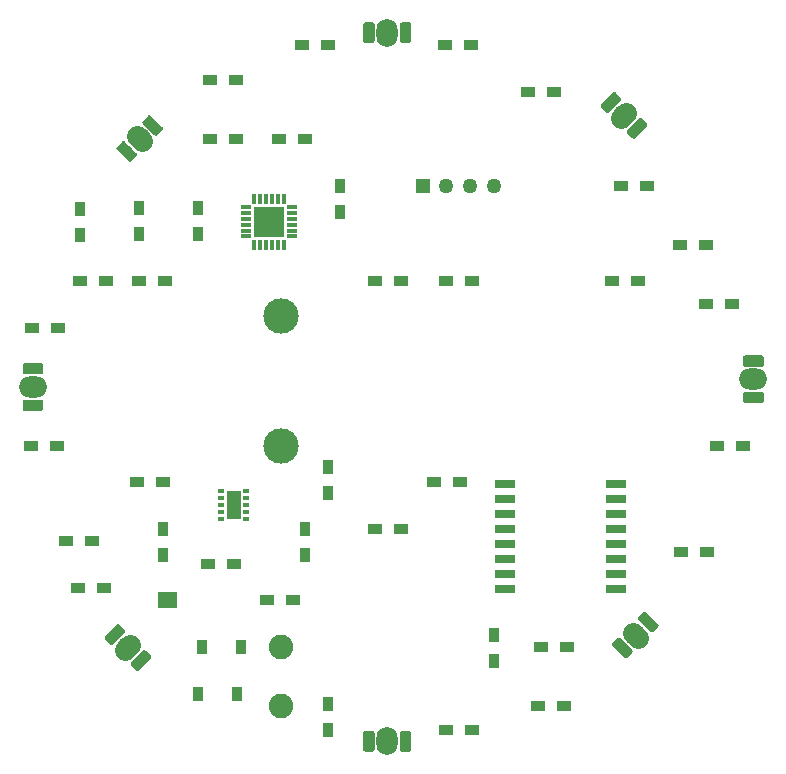
<source format=gbr>
G04 #@! TF.GenerationSoftware,KiCad,Pcbnew,(5.0.0)*
G04 #@! TF.CreationDate,2019-01-02T21:37:44-05:00*
G04 #@! TF.ProjectId,bikesenseCap,62696B6573656E73654361702E6B6963,REV B*
G04 #@! TF.SameCoordinates,Original*
G04 #@! TF.FileFunction,Soldermask,Top*
G04 #@! TF.FilePolarity,Negative*
%FSLAX46Y46*%
G04 Gerber Fmt 4.6, Leading zero omitted, Abs format (unit mm)*
G04 Created by KiCad (PCBNEW (5.0.0)) date 01/02/19 21:37:44*
%MOMM*%
%LPD*%
G01*
G04 APERTURE LIST*
%ADD10R,1.200000X0.900000*%
%ADD11R,1.270000X1.270000*%
%ADD12C,1.270000*%
%ADD13C,2.082800*%
%ADD14R,0.838200X1.473200*%
%ADD15R,0.900000X1.200000*%
%ADD16R,0.600000X0.400000*%
%ADD17R,1.300000X2.400000*%
%ADD18R,2.600000X2.600000*%
%ADD19R,0.300000X0.850000*%
%ADD20R,0.850000X0.300000*%
%ADD21R,1.700000X0.700000*%
%ADD22C,3.000000*%
%ADD23O,2.400000X1.800000*%
%ADD24C,0.100000*%
%ADD25C,0.950000*%
%ADD26C,1.800000*%
%ADD27C,1.800000*%
%ADD28O,1.800000X2.400000*%
G04 APERTURE END LIST*
D10*
G04 #@! TO.C,D3*
X131200000Y-91000000D03*
X129000000Y-91000000D03*
G04 #@! TD*
G04 #@! TO.C,D4*
X151200000Y-91000000D03*
X149000000Y-91000000D03*
G04 #@! TD*
G04 #@! TO.C,D5*
X171200000Y-91000000D03*
X169000000Y-91000000D03*
G04 #@! TD*
G04 #@! TO.C,D6*
X149000000Y-112000000D03*
X151200000Y-112000000D03*
G04 #@! TD*
D11*
G04 #@! TO.C,J1*
X153000260Y-83000000D03*
D12*
X155001780Y-83000000D03*
X156998220Y-83000000D03*
X158999740Y-83000000D03*
G04 #@! TD*
D13*
G04 #@! TO.C,J10*
X141000000Y-122000000D03*
G04 #@! TD*
G04 #@! TO.C,J11*
X141000000Y-127000000D03*
G04 #@! TD*
D14*
G04 #@! TO.C,JP1*
X130999600Y-118000000D03*
X131812400Y-118000000D03*
G04 #@! TD*
D10*
G04 #@! TO.C,R1*
X143000000Y-79000000D03*
X140800000Y-79000000D03*
G04 #@! TD*
G04 #@! TO.C,R2*
X135000000Y-79000000D03*
X137200000Y-79000000D03*
G04 #@! TD*
D15*
G04 #@! TO.C,R3*
X146000000Y-83000000D03*
X146000000Y-85200000D03*
G04 #@! TD*
G04 #@! TO.C,R4*
X134000000Y-87000000D03*
X134000000Y-84800000D03*
G04 #@! TD*
G04 #@! TO.C,R5*
X129000000Y-84800000D03*
X129000000Y-87000000D03*
G04 #@! TD*
G04 #@! TO.C,R6*
X145000000Y-109000000D03*
X145000000Y-106800000D03*
G04 #@! TD*
G04 #@! TO.C,R7*
X131000000Y-114200000D03*
X131000000Y-112000000D03*
G04 #@! TD*
G04 #@! TO.C,R8*
X143000000Y-112000000D03*
X143000000Y-114200000D03*
G04 #@! TD*
D10*
G04 #@! TO.C,R9*
X142000000Y-118000000D03*
X139800000Y-118000000D03*
G04 #@! TD*
G04 #@! TO.C,R10*
X134800000Y-115000000D03*
X137000000Y-115000000D03*
G04 #@! TD*
G04 #@! TO.C,R11*
X126200000Y-91000000D03*
X124000000Y-91000000D03*
G04 #@! TD*
G04 #@! TO.C,R12*
X157200000Y-91000000D03*
X155000000Y-91000000D03*
G04 #@! TD*
G04 #@! TO.C,R13*
X177000000Y-88000000D03*
X174800000Y-88000000D03*
G04 #@! TD*
G04 #@! TO.C,R14*
X154000000Y-108000000D03*
X156200000Y-108000000D03*
G04 #@! TD*
G04 #@! TO.C,R19*
X119800000Y-105000000D03*
X122000000Y-105000000D03*
G04 #@! TD*
G04 #@! TO.C,R20*
X122100000Y-95000000D03*
X119900000Y-95000000D03*
G04 #@! TD*
D15*
G04 #@! TO.C,R21*
X124000000Y-84900000D03*
X124000000Y-87100000D03*
G04 #@! TD*
D10*
G04 #@! TO.C,R22*
X126000000Y-117000000D03*
X123800000Y-117000000D03*
G04 #@! TD*
D15*
G04 #@! TO.C,R23*
X159000000Y-123200000D03*
X159000000Y-121000000D03*
G04 #@! TD*
D10*
G04 #@! TO.C,R24*
X137200000Y-74000000D03*
X135000000Y-74000000D03*
G04 #@! TD*
G04 #@! TO.C,R25*
X122800000Y-113000000D03*
X125000000Y-113000000D03*
G04 #@! TD*
G04 #@! TO.C,R26*
X165200000Y-122000000D03*
X163000000Y-122000000D03*
G04 #@! TD*
G04 #@! TO.C,R27*
X157100000Y-71000000D03*
X154900000Y-71000000D03*
G04 #@! TD*
D15*
G04 #@! TO.C,R28*
X145000000Y-126800000D03*
X145000000Y-129000000D03*
G04 #@! TD*
D10*
G04 #@! TO.C,R29*
X145000000Y-71000000D03*
X142800000Y-71000000D03*
G04 #@! TD*
G04 #@! TO.C,R30*
X157200000Y-129000000D03*
X155000000Y-129000000D03*
G04 #@! TD*
G04 #@! TO.C,R31*
X164100000Y-75000000D03*
X161900000Y-75000000D03*
G04 #@! TD*
G04 #@! TO.C,R32*
X165000000Y-127000000D03*
X162800000Y-127000000D03*
G04 #@! TD*
G04 #@! TO.C,R33*
X169800000Y-83000000D03*
X172000000Y-83000000D03*
G04 #@! TD*
G04 #@! TO.C,R34*
X177100000Y-114000000D03*
X174900000Y-114000000D03*
G04 #@! TD*
G04 #@! TO.C,R35*
X179200000Y-93000000D03*
X177000000Y-93000000D03*
G04 #@! TD*
G04 #@! TO.C,R36*
X177900000Y-105000000D03*
X180100000Y-105000000D03*
G04 #@! TD*
G04 #@! TO.C,TH1*
X131000000Y-108000000D03*
X128800000Y-108000000D03*
G04 #@! TD*
D16*
G04 #@! TO.C,U1*
X135950000Y-110000000D03*
X138050000Y-110000000D03*
X138050000Y-109400000D03*
X138050000Y-108800000D03*
X138050000Y-110600000D03*
X138050000Y-111200000D03*
X135950000Y-110600000D03*
X135950000Y-111200000D03*
X135950000Y-109400000D03*
X135950000Y-108800000D03*
D17*
X137000000Y-110000000D03*
G04 #@! TD*
D18*
G04 #@! TO.C,U2*
X140000000Y-86000000D03*
D19*
X138750000Y-84050000D03*
X139250000Y-84050000D03*
X139750000Y-84050000D03*
X140250000Y-84050000D03*
X140750000Y-84050000D03*
X141250000Y-84050000D03*
D20*
X141950000Y-84750000D03*
X141950000Y-85250000D03*
X141950000Y-85750000D03*
X141950000Y-86250000D03*
X141950000Y-86750000D03*
X141950000Y-87250000D03*
D19*
X141250000Y-87950000D03*
X140750000Y-87950000D03*
X140250000Y-87950000D03*
X139750000Y-87950000D03*
X139250000Y-87950000D03*
X138750000Y-87950000D03*
D20*
X138050000Y-87250000D03*
X138050000Y-86750000D03*
X138050000Y-86250000D03*
X138050000Y-85750000D03*
X138050000Y-85250000D03*
X138050000Y-84750000D03*
G04 #@! TD*
D21*
G04 #@! TO.C,U3*
X160000000Y-113270000D03*
X160000000Y-114540000D03*
X160000000Y-115810000D03*
X160000000Y-117080000D03*
X160000000Y-112000000D03*
X160000000Y-110730000D03*
X160000000Y-109460000D03*
X160000000Y-108190000D03*
X169380000Y-113270000D03*
X169380000Y-112000000D03*
X169380000Y-114540000D03*
X169380000Y-115810000D03*
X169380000Y-117080000D03*
X169380000Y-110730000D03*
X169380000Y-109460000D03*
X169380000Y-108190000D03*
G04 #@! TD*
D15*
G04 #@! TO.C,D1*
X137650000Y-122000000D03*
X134350000Y-122000000D03*
G04 #@! TD*
G04 #@! TO.C,D2*
X134000000Y-126000000D03*
X137300000Y-126000000D03*
G04 #@! TD*
D22*
G04 #@! TO.C,REF\002A\002A*
X141000000Y-94000000D03*
G04 #@! TD*
G04 #@! TO.C,REF\002A\002A*
X141000000Y-105000000D03*
G04 #@! TD*
D23*
G04 #@! TO.C,D11*
X120000000Y-100000000D03*
D24*
G36*
X120703623Y-101075915D02*
X120722067Y-101078651D01*
X120740154Y-101083181D01*
X120757710Y-101089463D01*
X120774565Y-101097435D01*
X120790558Y-101107021D01*
X120805535Y-101118128D01*
X120819350Y-101130650D01*
X120831872Y-101144465D01*
X120842979Y-101159442D01*
X120852565Y-101175435D01*
X120860537Y-101192290D01*
X120866819Y-101209846D01*
X120871349Y-101227933D01*
X120874085Y-101246377D01*
X120875000Y-101265000D01*
X120875000Y-101835000D01*
X120874085Y-101853623D01*
X120871349Y-101872067D01*
X120866819Y-101890154D01*
X120860537Y-101907710D01*
X120852565Y-101924565D01*
X120842979Y-101940558D01*
X120831872Y-101955535D01*
X120819350Y-101969350D01*
X120805535Y-101981872D01*
X120790558Y-101992979D01*
X120774565Y-102002565D01*
X120757710Y-102010537D01*
X120740154Y-102016819D01*
X120722067Y-102021349D01*
X120703623Y-102024085D01*
X120685000Y-102025000D01*
X119315000Y-102025000D01*
X119296377Y-102024085D01*
X119277933Y-102021349D01*
X119259846Y-102016819D01*
X119242290Y-102010537D01*
X119225435Y-102002565D01*
X119209442Y-101992979D01*
X119194465Y-101981872D01*
X119180650Y-101969350D01*
X119168128Y-101955535D01*
X119157021Y-101940558D01*
X119147435Y-101924565D01*
X119139463Y-101907710D01*
X119133181Y-101890154D01*
X119128651Y-101872067D01*
X119125915Y-101853623D01*
X119125000Y-101835000D01*
X119125000Y-101265000D01*
X119125915Y-101246377D01*
X119128651Y-101227933D01*
X119133181Y-101209846D01*
X119139463Y-101192290D01*
X119147435Y-101175435D01*
X119157021Y-101159442D01*
X119168128Y-101144465D01*
X119180650Y-101130650D01*
X119194465Y-101118128D01*
X119209442Y-101107021D01*
X119225435Y-101097435D01*
X119242290Y-101089463D01*
X119259846Y-101083181D01*
X119277933Y-101078651D01*
X119296377Y-101075915D01*
X119315000Y-101075000D01*
X120685000Y-101075000D01*
X120703623Y-101075915D01*
X120703623Y-101075915D01*
G37*
D25*
X120000000Y-101550000D03*
D24*
G36*
X120703623Y-97975915D02*
X120722067Y-97978651D01*
X120740154Y-97983181D01*
X120757710Y-97989463D01*
X120774565Y-97997435D01*
X120790558Y-98007021D01*
X120805535Y-98018128D01*
X120819350Y-98030650D01*
X120831872Y-98044465D01*
X120842979Y-98059442D01*
X120852565Y-98075435D01*
X120860537Y-98092290D01*
X120866819Y-98109846D01*
X120871349Y-98127933D01*
X120874085Y-98146377D01*
X120875000Y-98165000D01*
X120875000Y-98735000D01*
X120874085Y-98753623D01*
X120871349Y-98772067D01*
X120866819Y-98790154D01*
X120860537Y-98807710D01*
X120852565Y-98824565D01*
X120842979Y-98840558D01*
X120831872Y-98855535D01*
X120819350Y-98869350D01*
X120805535Y-98881872D01*
X120790558Y-98892979D01*
X120774565Y-98902565D01*
X120757710Y-98910537D01*
X120740154Y-98916819D01*
X120722067Y-98921349D01*
X120703623Y-98924085D01*
X120685000Y-98925000D01*
X119315000Y-98925000D01*
X119296377Y-98924085D01*
X119277933Y-98921349D01*
X119259846Y-98916819D01*
X119242290Y-98910537D01*
X119225435Y-98902565D01*
X119209442Y-98892979D01*
X119194465Y-98881872D01*
X119180650Y-98869350D01*
X119168128Y-98855535D01*
X119157021Y-98840558D01*
X119147435Y-98824565D01*
X119139463Y-98807710D01*
X119133181Y-98790154D01*
X119128651Y-98772067D01*
X119125915Y-98753623D01*
X119125000Y-98735000D01*
X119125000Y-98165000D01*
X119125915Y-98146377D01*
X119128651Y-98127933D01*
X119133181Y-98109846D01*
X119139463Y-98092290D01*
X119147435Y-98075435D01*
X119157021Y-98059442D01*
X119168128Y-98044465D01*
X119180650Y-98030650D01*
X119194465Y-98018128D01*
X119209442Y-98007021D01*
X119225435Y-97997435D01*
X119242290Y-97989463D01*
X119259846Y-97983181D01*
X119277933Y-97978651D01*
X119296377Y-97975915D01*
X119315000Y-97975000D01*
X120685000Y-97975000D01*
X120703623Y-97975915D01*
X120703623Y-97975915D01*
G37*
D25*
X120000000Y-98450000D03*
G04 #@! TD*
D24*
G04 #@! TO.C,D12*
G36*
X127684764Y-79175637D02*
X127703208Y-79178373D01*
X127721295Y-79182903D01*
X127738851Y-79189185D01*
X127755706Y-79197157D01*
X127771699Y-79206743D01*
X127786676Y-79217850D01*
X127800491Y-79230372D01*
X128769228Y-80199109D01*
X128781750Y-80212924D01*
X128792857Y-80227901D01*
X128802443Y-80243894D01*
X128810415Y-80260749D01*
X128816697Y-80278305D01*
X128821227Y-80296392D01*
X128823963Y-80314836D01*
X128824878Y-80333459D01*
X128823963Y-80352082D01*
X128821227Y-80370526D01*
X128816697Y-80388613D01*
X128810415Y-80406169D01*
X128802443Y-80423024D01*
X128792857Y-80439017D01*
X128781750Y-80453994D01*
X128769228Y-80467809D01*
X128366177Y-80870860D01*
X128352362Y-80883382D01*
X128337385Y-80894489D01*
X128321392Y-80904075D01*
X128304537Y-80912047D01*
X128286981Y-80918329D01*
X128268894Y-80922859D01*
X128250450Y-80925595D01*
X128231827Y-80926510D01*
X128213204Y-80925595D01*
X128194760Y-80922859D01*
X128176673Y-80918329D01*
X128159117Y-80912047D01*
X128142262Y-80904075D01*
X128126269Y-80894489D01*
X128111292Y-80883382D01*
X128097477Y-80870860D01*
X127128740Y-79902123D01*
X127116218Y-79888308D01*
X127105111Y-79873331D01*
X127095525Y-79857338D01*
X127087553Y-79840483D01*
X127081271Y-79822927D01*
X127076741Y-79804840D01*
X127074005Y-79786396D01*
X127073090Y-79767773D01*
X127074005Y-79749150D01*
X127076741Y-79730706D01*
X127081271Y-79712619D01*
X127087553Y-79695063D01*
X127095525Y-79678208D01*
X127105111Y-79662215D01*
X127116218Y-79647238D01*
X127128740Y-79633423D01*
X127531791Y-79230372D01*
X127545606Y-79217850D01*
X127560583Y-79206743D01*
X127576576Y-79197157D01*
X127593431Y-79189185D01*
X127610987Y-79182903D01*
X127629074Y-79178373D01*
X127647518Y-79175637D01*
X127666141Y-79174722D01*
X127684764Y-79175637D01*
X127684764Y-79175637D01*
G37*
D25*
X127948984Y-80050616D03*
D24*
G36*
X129876796Y-76983605D02*
X129895240Y-76986341D01*
X129913327Y-76990871D01*
X129930883Y-76997153D01*
X129947738Y-77005125D01*
X129963731Y-77014711D01*
X129978708Y-77025818D01*
X129992523Y-77038340D01*
X130961260Y-78007077D01*
X130973782Y-78020892D01*
X130984889Y-78035869D01*
X130994475Y-78051862D01*
X131002447Y-78068717D01*
X131008729Y-78086273D01*
X131013259Y-78104360D01*
X131015995Y-78122804D01*
X131016910Y-78141427D01*
X131015995Y-78160050D01*
X131013259Y-78178494D01*
X131008729Y-78196581D01*
X131002447Y-78214137D01*
X130994475Y-78230992D01*
X130984889Y-78246985D01*
X130973782Y-78261962D01*
X130961260Y-78275777D01*
X130558209Y-78678828D01*
X130544394Y-78691350D01*
X130529417Y-78702457D01*
X130513424Y-78712043D01*
X130496569Y-78720015D01*
X130479013Y-78726297D01*
X130460926Y-78730827D01*
X130442482Y-78733563D01*
X130423859Y-78734478D01*
X130405236Y-78733563D01*
X130386792Y-78730827D01*
X130368705Y-78726297D01*
X130351149Y-78720015D01*
X130334294Y-78712043D01*
X130318301Y-78702457D01*
X130303324Y-78691350D01*
X130289509Y-78678828D01*
X129320772Y-77710091D01*
X129308250Y-77696276D01*
X129297143Y-77681299D01*
X129287557Y-77665306D01*
X129279585Y-77648451D01*
X129273303Y-77630895D01*
X129268773Y-77612808D01*
X129266037Y-77594364D01*
X129265122Y-77575741D01*
X129266037Y-77557118D01*
X129268773Y-77538674D01*
X129273303Y-77520587D01*
X129279585Y-77503031D01*
X129287557Y-77486176D01*
X129297143Y-77470183D01*
X129308250Y-77455206D01*
X129320772Y-77441391D01*
X129723823Y-77038340D01*
X129737638Y-77025818D01*
X129752615Y-77014711D01*
X129768608Y-77005125D01*
X129785463Y-76997153D01*
X129803019Y-76990871D01*
X129821106Y-76986341D01*
X129839550Y-76983605D01*
X129858173Y-76982690D01*
X129876796Y-76983605D01*
X129876796Y-76983605D01*
G37*
D25*
X130141016Y-77858584D03*
D26*
X129045000Y-78954600D03*
D27*
X128832868Y-78742468D02*
X129257132Y-79166732D01*
G04 #@! TD*
D24*
G04 #@! TO.C,D13*
G36*
X127250450Y-120074005D02*
X127268894Y-120076741D01*
X127286981Y-120081271D01*
X127304537Y-120087553D01*
X127321392Y-120095525D01*
X127337385Y-120105111D01*
X127352362Y-120116218D01*
X127366177Y-120128740D01*
X127769228Y-120531791D01*
X127781750Y-120545606D01*
X127792857Y-120560583D01*
X127802443Y-120576576D01*
X127810415Y-120593431D01*
X127816697Y-120610987D01*
X127821227Y-120629074D01*
X127823963Y-120647518D01*
X127824878Y-120666141D01*
X127823963Y-120684764D01*
X127821227Y-120703208D01*
X127816697Y-120721295D01*
X127810415Y-120738851D01*
X127802443Y-120755706D01*
X127792857Y-120771699D01*
X127781750Y-120786676D01*
X127769228Y-120800491D01*
X126800491Y-121769228D01*
X126786676Y-121781750D01*
X126771699Y-121792857D01*
X126755706Y-121802443D01*
X126738851Y-121810415D01*
X126721295Y-121816697D01*
X126703208Y-121821227D01*
X126684764Y-121823963D01*
X126666141Y-121824878D01*
X126647518Y-121823963D01*
X126629074Y-121821227D01*
X126610987Y-121816697D01*
X126593431Y-121810415D01*
X126576576Y-121802443D01*
X126560583Y-121792857D01*
X126545606Y-121781750D01*
X126531791Y-121769228D01*
X126128740Y-121366177D01*
X126116218Y-121352362D01*
X126105111Y-121337385D01*
X126095525Y-121321392D01*
X126087553Y-121304537D01*
X126081271Y-121286981D01*
X126076741Y-121268894D01*
X126074005Y-121250450D01*
X126073090Y-121231827D01*
X126074005Y-121213204D01*
X126076741Y-121194760D01*
X126081271Y-121176673D01*
X126087553Y-121159117D01*
X126095525Y-121142262D01*
X126105111Y-121126269D01*
X126116218Y-121111292D01*
X126128740Y-121097477D01*
X127097477Y-120128740D01*
X127111292Y-120116218D01*
X127126269Y-120105111D01*
X127142262Y-120095525D01*
X127159117Y-120087553D01*
X127176673Y-120081271D01*
X127194760Y-120076741D01*
X127213204Y-120074005D01*
X127231827Y-120073090D01*
X127250450Y-120074005D01*
X127250450Y-120074005D01*
G37*
D25*
X126948984Y-120948984D03*
D24*
G36*
X129442482Y-122266037D02*
X129460926Y-122268773D01*
X129479013Y-122273303D01*
X129496569Y-122279585D01*
X129513424Y-122287557D01*
X129529417Y-122297143D01*
X129544394Y-122308250D01*
X129558209Y-122320772D01*
X129961260Y-122723823D01*
X129973782Y-122737638D01*
X129984889Y-122752615D01*
X129994475Y-122768608D01*
X130002447Y-122785463D01*
X130008729Y-122803019D01*
X130013259Y-122821106D01*
X130015995Y-122839550D01*
X130016910Y-122858173D01*
X130015995Y-122876796D01*
X130013259Y-122895240D01*
X130008729Y-122913327D01*
X130002447Y-122930883D01*
X129994475Y-122947738D01*
X129984889Y-122963731D01*
X129973782Y-122978708D01*
X129961260Y-122992523D01*
X128992523Y-123961260D01*
X128978708Y-123973782D01*
X128963731Y-123984889D01*
X128947738Y-123994475D01*
X128930883Y-124002447D01*
X128913327Y-124008729D01*
X128895240Y-124013259D01*
X128876796Y-124015995D01*
X128858173Y-124016910D01*
X128839550Y-124015995D01*
X128821106Y-124013259D01*
X128803019Y-124008729D01*
X128785463Y-124002447D01*
X128768608Y-123994475D01*
X128752615Y-123984889D01*
X128737638Y-123973782D01*
X128723823Y-123961260D01*
X128320772Y-123558209D01*
X128308250Y-123544394D01*
X128297143Y-123529417D01*
X128287557Y-123513424D01*
X128279585Y-123496569D01*
X128273303Y-123479013D01*
X128268773Y-123460926D01*
X128266037Y-123442482D01*
X128265122Y-123423859D01*
X128266037Y-123405236D01*
X128268773Y-123386792D01*
X128273303Y-123368705D01*
X128279585Y-123351149D01*
X128287557Y-123334294D01*
X128297143Y-123318301D01*
X128308250Y-123303324D01*
X128320772Y-123289509D01*
X129289509Y-122320772D01*
X129303324Y-122308250D01*
X129318301Y-122297143D01*
X129334294Y-122287557D01*
X129351149Y-122279585D01*
X129368705Y-122273303D01*
X129386792Y-122268773D01*
X129405236Y-122266037D01*
X129423859Y-122265122D01*
X129442482Y-122266037D01*
X129442482Y-122266037D01*
G37*
D25*
X129141016Y-123141016D03*
D26*
X128045000Y-122045000D03*
D27*
X128257132Y-121832868D02*
X127832868Y-122257132D01*
G04 #@! TD*
D28*
G04 #@! TO.C,D14*
X150000000Y-70000000D03*
D24*
G36*
X151853623Y-69125915D02*
X151872067Y-69128651D01*
X151890154Y-69133181D01*
X151907710Y-69139463D01*
X151924565Y-69147435D01*
X151940558Y-69157021D01*
X151955535Y-69168128D01*
X151969350Y-69180650D01*
X151981872Y-69194465D01*
X151992979Y-69209442D01*
X152002565Y-69225435D01*
X152010537Y-69242290D01*
X152016819Y-69259846D01*
X152021349Y-69277933D01*
X152024085Y-69296377D01*
X152025000Y-69315000D01*
X152025000Y-70685000D01*
X152024085Y-70703623D01*
X152021349Y-70722067D01*
X152016819Y-70740154D01*
X152010537Y-70757710D01*
X152002565Y-70774565D01*
X151992979Y-70790558D01*
X151981872Y-70805535D01*
X151969350Y-70819350D01*
X151955535Y-70831872D01*
X151940558Y-70842979D01*
X151924565Y-70852565D01*
X151907710Y-70860537D01*
X151890154Y-70866819D01*
X151872067Y-70871349D01*
X151853623Y-70874085D01*
X151835000Y-70875000D01*
X151265000Y-70875000D01*
X151246377Y-70874085D01*
X151227933Y-70871349D01*
X151209846Y-70866819D01*
X151192290Y-70860537D01*
X151175435Y-70852565D01*
X151159442Y-70842979D01*
X151144465Y-70831872D01*
X151130650Y-70819350D01*
X151118128Y-70805535D01*
X151107021Y-70790558D01*
X151097435Y-70774565D01*
X151089463Y-70757710D01*
X151083181Y-70740154D01*
X151078651Y-70722067D01*
X151075915Y-70703623D01*
X151075000Y-70685000D01*
X151075000Y-69315000D01*
X151075915Y-69296377D01*
X151078651Y-69277933D01*
X151083181Y-69259846D01*
X151089463Y-69242290D01*
X151097435Y-69225435D01*
X151107021Y-69209442D01*
X151118128Y-69194465D01*
X151130650Y-69180650D01*
X151144465Y-69168128D01*
X151159442Y-69157021D01*
X151175435Y-69147435D01*
X151192290Y-69139463D01*
X151209846Y-69133181D01*
X151227933Y-69128651D01*
X151246377Y-69125915D01*
X151265000Y-69125000D01*
X151835000Y-69125000D01*
X151853623Y-69125915D01*
X151853623Y-69125915D01*
G37*
D25*
X151550000Y-70000000D03*
D24*
G36*
X148753623Y-69125915D02*
X148772067Y-69128651D01*
X148790154Y-69133181D01*
X148807710Y-69139463D01*
X148824565Y-69147435D01*
X148840558Y-69157021D01*
X148855535Y-69168128D01*
X148869350Y-69180650D01*
X148881872Y-69194465D01*
X148892979Y-69209442D01*
X148902565Y-69225435D01*
X148910537Y-69242290D01*
X148916819Y-69259846D01*
X148921349Y-69277933D01*
X148924085Y-69296377D01*
X148925000Y-69315000D01*
X148925000Y-70685000D01*
X148924085Y-70703623D01*
X148921349Y-70722067D01*
X148916819Y-70740154D01*
X148910537Y-70757710D01*
X148902565Y-70774565D01*
X148892979Y-70790558D01*
X148881872Y-70805535D01*
X148869350Y-70819350D01*
X148855535Y-70831872D01*
X148840558Y-70842979D01*
X148824565Y-70852565D01*
X148807710Y-70860537D01*
X148790154Y-70866819D01*
X148772067Y-70871349D01*
X148753623Y-70874085D01*
X148735000Y-70875000D01*
X148165000Y-70875000D01*
X148146377Y-70874085D01*
X148127933Y-70871349D01*
X148109846Y-70866819D01*
X148092290Y-70860537D01*
X148075435Y-70852565D01*
X148059442Y-70842979D01*
X148044465Y-70831872D01*
X148030650Y-70819350D01*
X148018128Y-70805535D01*
X148007021Y-70790558D01*
X147997435Y-70774565D01*
X147989463Y-70757710D01*
X147983181Y-70740154D01*
X147978651Y-70722067D01*
X147975915Y-70703623D01*
X147975000Y-70685000D01*
X147975000Y-69315000D01*
X147975915Y-69296377D01*
X147978651Y-69277933D01*
X147983181Y-69259846D01*
X147989463Y-69242290D01*
X147997435Y-69225435D01*
X148007021Y-69209442D01*
X148018128Y-69194465D01*
X148030650Y-69180650D01*
X148044465Y-69168128D01*
X148059442Y-69157021D01*
X148075435Y-69147435D01*
X148092290Y-69139463D01*
X148109846Y-69133181D01*
X148127933Y-69128651D01*
X148146377Y-69125915D01*
X148165000Y-69125000D01*
X148735000Y-69125000D01*
X148753623Y-69125915D01*
X148753623Y-69125915D01*
G37*
D25*
X148450000Y-70000000D03*
G04 #@! TD*
D28*
G04 #@! TO.C,D15*
X150000000Y-130000000D03*
D24*
G36*
X148753623Y-129125915D02*
X148772067Y-129128651D01*
X148790154Y-129133181D01*
X148807710Y-129139463D01*
X148824565Y-129147435D01*
X148840558Y-129157021D01*
X148855535Y-129168128D01*
X148869350Y-129180650D01*
X148881872Y-129194465D01*
X148892979Y-129209442D01*
X148902565Y-129225435D01*
X148910537Y-129242290D01*
X148916819Y-129259846D01*
X148921349Y-129277933D01*
X148924085Y-129296377D01*
X148925000Y-129315000D01*
X148925000Y-130685000D01*
X148924085Y-130703623D01*
X148921349Y-130722067D01*
X148916819Y-130740154D01*
X148910537Y-130757710D01*
X148902565Y-130774565D01*
X148892979Y-130790558D01*
X148881872Y-130805535D01*
X148869350Y-130819350D01*
X148855535Y-130831872D01*
X148840558Y-130842979D01*
X148824565Y-130852565D01*
X148807710Y-130860537D01*
X148790154Y-130866819D01*
X148772067Y-130871349D01*
X148753623Y-130874085D01*
X148735000Y-130875000D01*
X148165000Y-130875000D01*
X148146377Y-130874085D01*
X148127933Y-130871349D01*
X148109846Y-130866819D01*
X148092290Y-130860537D01*
X148075435Y-130852565D01*
X148059442Y-130842979D01*
X148044465Y-130831872D01*
X148030650Y-130819350D01*
X148018128Y-130805535D01*
X148007021Y-130790558D01*
X147997435Y-130774565D01*
X147989463Y-130757710D01*
X147983181Y-130740154D01*
X147978651Y-130722067D01*
X147975915Y-130703623D01*
X147975000Y-130685000D01*
X147975000Y-129315000D01*
X147975915Y-129296377D01*
X147978651Y-129277933D01*
X147983181Y-129259846D01*
X147989463Y-129242290D01*
X147997435Y-129225435D01*
X148007021Y-129209442D01*
X148018128Y-129194465D01*
X148030650Y-129180650D01*
X148044465Y-129168128D01*
X148059442Y-129157021D01*
X148075435Y-129147435D01*
X148092290Y-129139463D01*
X148109846Y-129133181D01*
X148127933Y-129128651D01*
X148146377Y-129125915D01*
X148165000Y-129125000D01*
X148735000Y-129125000D01*
X148753623Y-129125915D01*
X148753623Y-129125915D01*
G37*
D25*
X148450000Y-130000000D03*
D24*
G36*
X151853623Y-129125915D02*
X151872067Y-129128651D01*
X151890154Y-129133181D01*
X151907710Y-129139463D01*
X151924565Y-129147435D01*
X151940558Y-129157021D01*
X151955535Y-129168128D01*
X151969350Y-129180650D01*
X151981872Y-129194465D01*
X151992979Y-129209442D01*
X152002565Y-129225435D01*
X152010537Y-129242290D01*
X152016819Y-129259846D01*
X152021349Y-129277933D01*
X152024085Y-129296377D01*
X152025000Y-129315000D01*
X152025000Y-130685000D01*
X152024085Y-130703623D01*
X152021349Y-130722067D01*
X152016819Y-130740154D01*
X152010537Y-130757710D01*
X152002565Y-130774565D01*
X151992979Y-130790558D01*
X151981872Y-130805535D01*
X151969350Y-130819350D01*
X151955535Y-130831872D01*
X151940558Y-130842979D01*
X151924565Y-130852565D01*
X151907710Y-130860537D01*
X151890154Y-130866819D01*
X151872067Y-130871349D01*
X151853623Y-130874085D01*
X151835000Y-130875000D01*
X151265000Y-130875000D01*
X151246377Y-130874085D01*
X151227933Y-130871349D01*
X151209846Y-130866819D01*
X151192290Y-130860537D01*
X151175435Y-130852565D01*
X151159442Y-130842979D01*
X151144465Y-130831872D01*
X151130650Y-130819350D01*
X151118128Y-130805535D01*
X151107021Y-130790558D01*
X151097435Y-130774565D01*
X151089463Y-130757710D01*
X151083181Y-130740154D01*
X151078651Y-130722067D01*
X151075915Y-130703623D01*
X151075000Y-130685000D01*
X151075000Y-129315000D01*
X151075915Y-129296377D01*
X151078651Y-129277933D01*
X151083181Y-129259846D01*
X151089463Y-129242290D01*
X151097435Y-129225435D01*
X151107021Y-129209442D01*
X151118128Y-129194465D01*
X151130650Y-129180650D01*
X151144465Y-129168128D01*
X151159442Y-129157021D01*
X151175435Y-129147435D01*
X151192290Y-129139463D01*
X151209846Y-129133181D01*
X151227933Y-129128651D01*
X151246377Y-129125915D01*
X151265000Y-129125000D01*
X151835000Y-129125000D01*
X151853623Y-129125915D01*
X151853623Y-129125915D01*
G37*
D25*
X151550000Y-130000000D03*
G04 #@! TD*
D26*
G04 #@! TO.C,D16*
X170045000Y-77000000D03*
D27*
X169832868Y-77212132D02*
X170257132Y-76787868D01*
D24*
G36*
X169250450Y-75029005D02*
X169268894Y-75031741D01*
X169286981Y-75036271D01*
X169304537Y-75042553D01*
X169321392Y-75050525D01*
X169337385Y-75060111D01*
X169352362Y-75071218D01*
X169366177Y-75083740D01*
X169769228Y-75486791D01*
X169781750Y-75500606D01*
X169792857Y-75515583D01*
X169802443Y-75531576D01*
X169810415Y-75548431D01*
X169816697Y-75565987D01*
X169821227Y-75584074D01*
X169823963Y-75602518D01*
X169824878Y-75621141D01*
X169823963Y-75639764D01*
X169821227Y-75658208D01*
X169816697Y-75676295D01*
X169810415Y-75693851D01*
X169802443Y-75710706D01*
X169792857Y-75726699D01*
X169781750Y-75741676D01*
X169769228Y-75755491D01*
X168800491Y-76724228D01*
X168786676Y-76736750D01*
X168771699Y-76747857D01*
X168755706Y-76757443D01*
X168738851Y-76765415D01*
X168721295Y-76771697D01*
X168703208Y-76776227D01*
X168684764Y-76778963D01*
X168666141Y-76779878D01*
X168647518Y-76778963D01*
X168629074Y-76776227D01*
X168610987Y-76771697D01*
X168593431Y-76765415D01*
X168576576Y-76757443D01*
X168560583Y-76747857D01*
X168545606Y-76736750D01*
X168531791Y-76724228D01*
X168128740Y-76321177D01*
X168116218Y-76307362D01*
X168105111Y-76292385D01*
X168095525Y-76276392D01*
X168087553Y-76259537D01*
X168081271Y-76241981D01*
X168076741Y-76223894D01*
X168074005Y-76205450D01*
X168073090Y-76186827D01*
X168074005Y-76168204D01*
X168076741Y-76149760D01*
X168081271Y-76131673D01*
X168087553Y-76114117D01*
X168095525Y-76097262D01*
X168105111Y-76081269D01*
X168116218Y-76066292D01*
X168128740Y-76052477D01*
X169097477Y-75083740D01*
X169111292Y-75071218D01*
X169126269Y-75060111D01*
X169142262Y-75050525D01*
X169159117Y-75042553D01*
X169176673Y-75036271D01*
X169194760Y-75031741D01*
X169213204Y-75029005D01*
X169231827Y-75028090D01*
X169250450Y-75029005D01*
X169250450Y-75029005D01*
G37*
D25*
X168948984Y-75903984D03*
D24*
G36*
X171442482Y-77221037D02*
X171460926Y-77223773D01*
X171479013Y-77228303D01*
X171496569Y-77234585D01*
X171513424Y-77242557D01*
X171529417Y-77252143D01*
X171544394Y-77263250D01*
X171558209Y-77275772D01*
X171961260Y-77678823D01*
X171973782Y-77692638D01*
X171984889Y-77707615D01*
X171994475Y-77723608D01*
X172002447Y-77740463D01*
X172008729Y-77758019D01*
X172013259Y-77776106D01*
X172015995Y-77794550D01*
X172016910Y-77813173D01*
X172015995Y-77831796D01*
X172013259Y-77850240D01*
X172008729Y-77868327D01*
X172002447Y-77885883D01*
X171994475Y-77902738D01*
X171984889Y-77918731D01*
X171973782Y-77933708D01*
X171961260Y-77947523D01*
X170992523Y-78916260D01*
X170978708Y-78928782D01*
X170963731Y-78939889D01*
X170947738Y-78949475D01*
X170930883Y-78957447D01*
X170913327Y-78963729D01*
X170895240Y-78968259D01*
X170876796Y-78970995D01*
X170858173Y-78971910D01*
X170839550Y-78970995D01*
X170821106Y-78968259D01*
X170803019Y-78963729D01*
X170785463Y-78957447D01*
X170768608Y-78949475D01*
X170752615Y-78939889D01*
X170737638Y-78928782D01*
X170723823Y-78916260D01*
X170320772Y-78513209D01*
X170308250Y-78499394D01*
X170297143Y-78484417D01*
X170287557Y-78468424D01*
X170279585Y-78451569D01*
X170273303Y-78434013D01*
X170268773Y-78415926D01*
X170266037Y-78397482D01*
X170265122Y-78378859D01*
X170266037Y-78360236D01*
X170268773Y-78341792D01*
X170273303Y-78323705D01*
X170279585Y-78306149D01*
X170287557Y-78289294D01*
X170297143Y-78273301D01*
X170308250Y-78258324D01*
X170320772Y-78244509D01*
X171289509Y-77275772D01*
X171303324Y-77263250D01*
X171318301Y-77252143D01*
X171334294Y-77242557D01*
X171351149Y-77234585D01*
X171368705Y-77228303D01*
X171386792Y-77223773D01*
X171405236Y-77221037D01*
X171423859Y-77220122D01*
X171442482Y-77221037D01*
X171442482Y-77221037D01*
G37*
D25*
X171141016Y-78096016D03*
G04 #@! TD*
D24*
G04 #@! TO.C,D17*
G36*
X171831796Y-119029005D02*
X171850240Y-119031741D01*
X171868327Y-119036271D01*
X171885883Y-119042553D01*
X171902738Y-119050525D01*
X171918731Y-119060111D01*
X171933708Y-119071218D01*
X171947523Y-119083740D01*
X172916260Y-120052477D01*
X172928782Y-120066292D01*
X172939889Y-120081269D01*
X172949475Y-120097262D01*
X172957447Y-120114117D01*
X172963729Y-120131673D01*
X172968259Y-120149760D01*
X172970995Y-120168204D01*
X172971910Y-120186827D01*
X172970995Y-120205450D01*
X172968259Y-120223894D01*
X172963729Y-120241981D01*
X172957447Y-120259537D01*
X172949475Y-120276392D01*
X172939889Y-120292385D01*
X172928782Y-120307362D01*
X172916260Y-120321177D01*
X172513209Y-120724228D01*
X172499394Y-120736750D01*
X172484417Y-120747857D01*
X172468424Y-120757443D01*
X172451569Y-120765415D01*
X172434013Y-120771697D01*
X172415926Y-120776227D01*
X172397482Y-120778963D01*
X172378859Y-120779878D01*
X172360236Y-120778963D01*
X172341792Y-120776227D01*
X172323705Y-120771697D01*
X172306149Y-120765415D01*
X172289294Y-120757443D01*
X172273301Y-120747857D01*
X172258324Y-120736750D01*
X172244509Y-120724228D01*
X171275772Y-119755491D01*
X171263250Y-119741676D01*
X171252143Y-119726699D01*
X171242557Y-119710706D01*
X171234585Y-119693851D01*
X171228303Y-119676295D01*
X171223773Y-119658208D01*
X171221037Y-119639764D01*
X171220122Y-119621141D01*
X171221037Y-119602518D01*
X171223773Y-119584074D01*
X171228303Y-119565987D01*
X171234585Y-119548431D01*
X171242557Y-119531576D01*
X171252143Y-119515583D01*
X171263250Y-119500606D01*
X171275772Y-119486791D01*
X171678823Y-119083740D01*
X171692638Y-119071218D01*
X171707615Y-119060111D01*
X171723608Y-119050525D01*
X171740463Y-119042553D01*
X171758019Y-119036271D01*
X171776106Y-119031741D01*
X171794550Y-119029005D01*
X171813173Y-119028090D01*
X171831796Y-119029005D01*
X171831796Y-119029005D01*
G37*
D25*
X172096016Y-119903984D03*
D24*
G36*
X169639764Y-121221037D02*
X169658208Y-121223773D01*
X169676295Y-121228303D01*
X169693851Y-121234585D01*
X169710706Y-121242557D01*
X169726699Y-121252143D01*
X169741676Y-121263250D01*
X169755491Y-121275772D01*
X170724228Y-122244509D01*
X170736750Y-122258324D01*
X170747857Y-122273301D01*
X170757443Y-122289294D01*
X170765415Y-122306149D01*
X170771697Y-122323705D01*
X170776227Y-122341792D01*
X170778963Y-122360236D01*
X170779878Y-122378859D01*
X170778963Y-122397482D01*
X170776227Y-122415926D01*
X170771697Y-122434013D01*
X170765415Y-122451569D01*
X170757443Y-122468424D01*
X170747857Y-122484417D01*
X170736750Y-122499394D01*
X170724228Y-122513209D01*
X170321177Y-122916260D01*
X170307362Y-122928782D01*
X170292385Y-122939889D01*
X170276392Y-122949475D01*
X170259537Y-122957447D01*
X170241981Y-122963729D01*
X170223894Y-122968259D01*
X170205450Y-122970995D01*
X170186827Y-122971910D01*
X170168204Y-122970995D01*
X170149760Y-122968259D01*
X170131673Y-122963729D01*
X170114117Y-122957447D01*
X170097262Y-122949475D01*
X170081269Y-122939889D01*
X170066292Y-122928782D01*
X170052477Y-122916260D01*
X169083740Y-121947523D01*
X169071218Y-121933708D01*
X169060111Y-121918731D01*
X169050525Y-121902738D01*
X169042553Y-121885883D01*
X169036271Y-121868327D01*
X169031741Y-121850240D01*
X169029005Y-121831796D01*
X169028090Y-121813173D01*
X169029005Y-121794550D01*
X169031741Y-121776106D01*
X169036271Y-121758019D01*
X169042553Y-121740463D01*
X169050525Y-121723608D01*
X169060111Y-121707615D01*
X169071218Y-121692638D01*
X169083740Y-121678823D01*
X169486791Y-121275772D01*
X169500606Y-121263250D01*
X169515583Y-121252143D01*
X169531576Y-121242557D01*
X169548431Y-121234585D01*
X169565987Y-121228303D01*
X169584074Y-121223773D01*
X169602518Y-121221037D01*
X169621141Y-121220122D01*
X169639764Y-121221037D01*
X169639764Y-121221037D01*
G37*
D25*
X169903984Y-122096016D03*
D26*
X171000000Y-121000000D03*
D27*
X171212132Y-121212132D02*
X170787868Y-120787868D01*
G04 #@! TD*
D24*
G04 #@! TO.C,D18*
G36*
X181703623Y-100425915D02*
X181722067Y-100428651D01*
X181740154Y-100433181D01*
X181757710Y-100439463D01*
X181774565Y-100447435D01*
X181790558Y-100457021D01*
X181805535Y-100468128D01*
X181819350Y-100480650D01*
X181831872Y-100494465D01*
X181842979Y-100509442D01*
X181852565Y-100525435D01*
X181860537Y-100542290D01*
X181866819Y-100559846D01*
X181871349Y-100577933D01*
X181874085Y-100596377D01*
X181875000Y-100615000D01*
X181875000Y-101185000D01*
X181874085Y-101203623D01*
X181871349Y-101222067D01*
X181866819Y-101240154D01*
X181860537Y-101257710D01*
X181852565Y-101274565D01*
X181842979Y-101290558D01*
X181831872Y-101305535D01*
X181819350Y-101319350D01*
X181805535Y-101331872D01*
X181790558Y-101342979D01*
X181774565Y-101352565D01*
X181757710Y-101360537D01*
X181740154Y-101366819D01*
X181722067Y-101371349D01*
X181703623Y-101374085D01*
X181685000Y-101375000D01*
X180315000Y-101375000D01*
X180296377Y-101374085D01*
X180277933Y-101371349D01*
X180259846Y-101366819D01*
X180242290Y-101360537D01*
X180225435Y-101352565D01*
X180209442Y-101342979D01*
X180194465Y-101331872D01*
X180180650Y-101319350D01*
X180168128Y-101305535D01*
X180157021Y-101290558D01*
X180147435Y-101274565D01*
X180139463Y-101257710D01*
X180133181Y-101240154D01*
X180128651Y-101222067D01*
X180125915Y-101203623D01*
X180125000Y-101185000D01*
X180125000Y-100615000D01*
X180125915Y-100596377D01*
X180128651Y-100577933D01*
X180133181Y-100559846D01*
X180139463Y-100542290D01*
X180147435Y-100525435D01*
X180157021Y-100509442D01*
X180168128Y-100494465D01*
X180180650Y-100480650D01*
X180194465Y-100468128D01*
X180209442Y-100457021D01*
X180225435Y-100447435D01*
X180242290Y-100439463D01*
X180259846Y-100433181D01*
X180277933Y-100428651D01*
X180296377Y-100425915D01*
X180315000Y-100425000D01*
X181685000Y-100425000D01*
X181703623Y-100425915D01*
X181703623Y-100425915D01*
G37*
D25*
X181000000Y-100900000D03*
D24*
G36*
X181703623Y-97325915D02*
X181722067Y-97328651D01*
X181740154Y-97333181D01*
X181757710Y-97339463D01*
X181774565Y-97347435D01*
X181790558Y-97357021D01*
X181805535Y-97368128D01*
X181819350Y-97380650D01*
X181831872Y-97394465D01*
X181842979Y-97409442D01*
X181852565Y-97425435D01*
X181860537Y-97442290D01*
X181866819Y-97459846D01*
X181871349Y-97477933D01*
X181874085Y-97496377D01*
X181875000Y-97515000D01*
X181875000Y-98085000D01*
X181874085Y-98103623D01*
X181871349Y-98122067D01*
X181866819Y-98140154D01*
X181860537Y-98157710D01*
X181852565Y-98174565D01*
X181842979Y-98190558D01*
X181831872Y-98205535D01*
X181819350Y-98219350D01*
X181805535Y-98231872D01*
X181790558Y-98242979D01*
X181774565Y-98252565D01*
X181757710Y-98260537D01*
X181740154Y-98266819D01*
X181722067Y-98271349D01*
X181703623Y-98274085D01*
X181685000Y-98275000D01*
X180315000Y-98275000D01*
X180296377Y-98274085D01*
X180277933Y-98271349D01*
X180259846Y-98266819D01*
X180242290Y-98260537D01*
X180225435Y-98252565D01*
X180209442Y-98242979D01*
X180194465Y-98231872D01*
X180180650Y-98219350D01*
X180168128Y-98205535D01*
X180157021Y-98190558D01*
X180147435Y-98174565D01*
X180139463Y-98157710D01*
X180133181Y-98140154D01*
X180128651Y-98122067D01*
X180125915Y-98103623D01*
X180125000Y-98085000D01*
X180125000Y-97515000D01*
X180125915Y-97496377D01*
X180128651Y-97477933D01*
X180133181Y-97459846D01*
X180139463Y-97442290D01*
X180147435Y-97425435D01*
X180157021Y-97409442D01*
X180168128Y-97394465D01*
X180180650Y-97380650D01*
X180194465Y-97368128D01*
X180209442Y-97357021D01*
X180225435Y-97347435D01*
X180242290Y-97339463D01*
X180259846Y-97333181D01*
X180277933Y-97328651D01*
X180296377Y-97325915D01*
X180315000Y-97325000D01*
X181685000Y-97325000D01*
X181703623Y-97325915D01*
X181703623Y-97325915D01*
G37*
D25*
X181000000Y-97800000D03*
D23*
X181000000Y-99350000D03*
G04 #@! TD*
M02*

</source>
